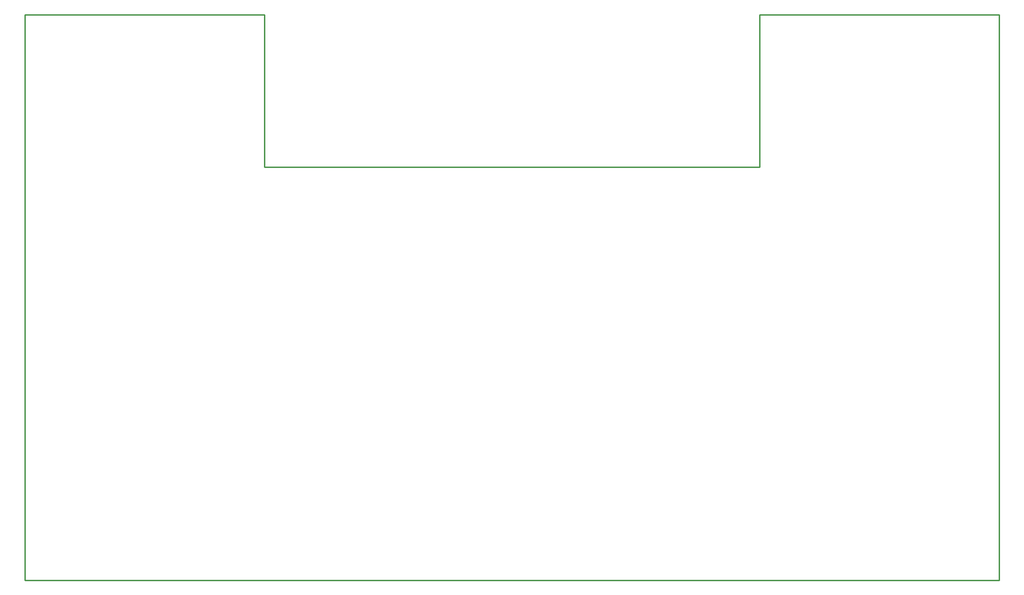
<source format=gm1>
G04 Layer_Color=16711935*
%FSLAX44Y44*%
%MOMM*%
G71*
G01*
G75*
%ADD19C,0.2540*%
D19*
X0Y0D02*
Y1040000D01*
Y0D02*
X1790000D01*
X0Y1040000D02*
X440000D01*
Y760000D02*
Y1040000D01*
X1350000Y760000D02*
Y1040000D01*
X1790000D01*
Y0D02*
Y1040000D01*
X440000Y760000D02*
X1350000D01*
M02*

</source>
